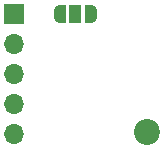
<source format=gbs>
G04 #@! TF.GenerationSoftware,KiCad,Pcbnew,8.0.5*
G04 #@! TF.CreationDate,2024-10-31T19:03:19-07:00*
G04 #@! TF.ProjectId,uSlime_BNO085_Module,75536c69-6d65-45f4-924e-4f3038355f4d,rev?*
G04 #@! TF.SameCoordinates,Original*
G04 #@! TF.FileFunction,Soldermask,Bot*
G04 #@! TF.FilePolarity,Negative*
%FSLAX46Y46*%
G04 Gerber Fmt 4.6, Leading zero omitted, Abs format (unit mm)*
G04 Created by KiCad (PCBNEW 8.0.5) date 2024-10-31 19:03:19*
%MOMM*%
%LPD*%
G01*
G04 APERTURE LIST*
G04 Aperture macros list*
%AMFreePoly0*
4,1,19,0.550000,-0.750000,0.000000,-0.750000,0.000000,-0.744911,-0.071157,-0.744911,-0.207708,-0.704816,-0.327430,-0.627875,-0.420627,-0.520320,-0.479746,-0.390866,-0.500000,-0.250000,-0.500000,0.250000,-0.479746,0.390866,-0.420627,0.520320,-0.327430,0.627875,-0.207708,0.704816,-0.071157,0.744911,0.000000,0.744911,0.000000,0.750000,0.550000,0.750000,0.550000,-0.750000,0.550000,-0.750000,
$1*%
%AMFreePoly1*
4,1,19,0.000000,0.744911,0.071157,0.744911,0.207708,0.704816,0.327430,0.627875,0.420627,0.520320,0.479746,0.390866,0.500000,0.250000,0.500000,-0.250000,0.479746,-0.390866,0.420627,-0.520320,0.327430,-0.627875,0.207708,-0.704816,0.071157,-0.744911,0.000000,-0.744911,0.000000,-0.750000,-0.550000,-0.750000,-0.550000,0.750000,0.000000,0.750000,0.000000,0.744911,0.000000,0.744911,
$1*%
G04 Aperture macros list end*
%ADD10R,1.700000X1.700000*%
%ADD11O,1.700000X1.700000*%
%ADD12C,2.200000*%
%ADD13FreePoly0,0.000000*%
%ADD14R,1.000000X1.500000*%
%ADD15FreePoly1,0.000000*%
G04 APERTURE END LIST*
D10*
X95900000Y-97060000D03*
D11*
X95900000Y-99600000D03*
X95900000Y-102140000D03*
X95900000Y-104680000D03*
X95900000Y-107220000D03*
D12*
X107150000Y-107100000D03*
D13*
X99800000Y-97100000D03*
D14*
X101100000Y-97100000D03*
D15*
X102400000Y-97100000D03*
M02*

</source>
